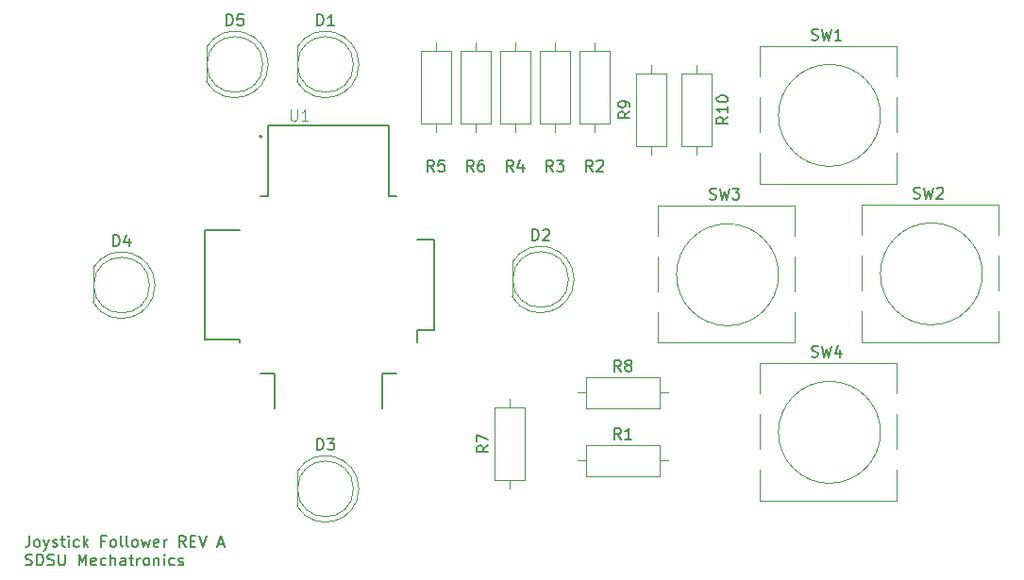
<source format=gbr>
%TF.GenerationSoftware,KiCad,Pcbnew,(5.1.6)-1*%
%TF.CreationDate,2020-10-24T12:20:44-07:00*%
%TF.ProjectId,Joystick_Follower_Hat,4a6f7973-7469-4636-9b5f-466f6c6c6f77,A*%
%TF.SameCoordinates,Original*%
%TF.FileFunction,Legend,Top*%
%TF.FilePolarity,Positive*%
%FSLAX46Y46*%
G04 Gerber Fmt 4.6, Leading zero omitted, Abs format (unit mm)*
G04 Created by KiCad (PCBNEW (5.1.6)-1) date 2020-10-24 12:20:44*
%MOMM*%
%LPD*%
G01*
G04 APERTURE LIST*
%ADD10C,0.150000*%
%ADD11C,0.127000*%
%ADD12C,0.200000*%
%ADD13C,0.120000*%
%ADD14C,0.015000*%
G04 APERTURE END LIST*
D10*
X118985309Y-131723380D02*
X118985309Y-132437666D01*
X118937690Y-132580523D01*
X118842452Y-132675761D01*
X118699595Y-132723380D01*
X118604357Y-132723380D01*
X119604357Y-132723380D02*
X119509119Y-132675761D01*
X119461500Y-132628142D01*
X119413880Y-132532904D01*
X119413880Y-132247190D01*
X119461500Y-132151952D01*
X119509119Y-132104333D01*
X119604357Y-132056714D01*
X119747214Y-132056714D01*
X119842452Y-132104333D01*
X119890071Y-132151952D01*
X119937690Y-132247190D01*
X119937690Y-132532904D01*
X119890071Y-132628142D01*
X119842452Y-132675761D01*
X119747214Y-132723380D01*
X119604357Y-132723380D01*
X120271023Y-132056714D02*
X120509119Y-132723380D01*
X120747214Y-132056714D02*
X120509119Y-132723380D01*
X120413880Y-132961476D01*
X120366261Y-133009095D01*
X120271023Y-133056714D01*
X121080547Y-132675761D02*
X121175785Y-132723380D01*
X121366261Y-132723380D01*
X121461500Y-132675761D01*
X121509119Y-132580523D01*
X121509119Y-132532904D01*
X121461500Y-132437666D01*
X121366261Y-132390047D01*
X121223404Y-132390047D01*
X121128166Y-132342428D01*
X121080547Y-132247190D01*
X121080547Y-132199571D01*
X121128166Y-132104333D01*
X121223404Y-132056714D01*
X121366261Y-132056714D01*
X121461500Y-132104333D01*
X121794833Y-132056714D02*
X122175785Y-132056714D01*
X121937690Y-131723380D02*
X121937690Y-132580523D01*
X121985309Y-132675761D01*
X122080547Y-132723380D01*
X122175785Y-132723380D01*
X122509119Y-132723380D02*
X122509119Y-132056714D01*
X122509119Y-131723380D02*
X122461500Y-131771000D01*
X122509119Y-131818619D01*
X122556738Y-131771000D01*
X122509119Y-131723380D01*
X122509119Y-131818619D01*
X123413880Y-132675761D02*
X123318642Y-132723380D01*
X123128166Y-132723380D01*
X123032928Y-132675761D01*
X122985309Y-132628142D01*
X122937690Y-132532904D01*
X122937690Y-132247190D01*
X122985309Y-132151952D01*
X123032928Y-132104333D01*
X123128166Y-132056714D01*
X123318642Y-132056714D01*
X123413880Y-132104333D01*
X123842452Y-132723380D02*
X123842452Y-131723380D01*
X123937690Y-132342428D02*
X124223404Y-132723380D01*
X124223404Y-132056714D02*
X123842452Y-132437666D01*
X125747214Y-132199571D02*
X125413880Y-132199571D01*
X125413880Y-132723380D02*
X125413880Y-131723380D01*
X125890071Y-131723380D01*
X126413880Y-132723380D02*
X126318642Y-132675761D01*
X126271023Y-132628142D01*
X126223404Y-132532904D01*
X126223404Y-132247190D01*
X126271023Y-132151952D01*
X126318642Y-132104333D01*
X126413880Y-132056714D01*
X126556738Y-132056714D01*
X126651976Y-132104333D01*
X126699595Y-132151952D01*
X126747214Y-132247190D01*
X126747214Y-132532904D01*
X126699595Y-132628142D01*
X126651976Y-132675761D01*
X126556738Y-132723380D01*
X126413880Y-132723380D01*
X127318642Y-132723380D02*
X127223404Y-132675761D01*
X127175785Y-132580523D01*
X127175785Y-131723380D01*
X127842452Y-132723380D02*
X127747214Y-132675761D01*
X127699595Y-132580523D01*
X127699595Y-131723380D01*
X128366261Y-132723380D02*
X128271023Y-132675761D01*
X128223404Y-132628142D01*
X128175785Y-132532904D01*
X128175785Y-132247190D01*
X128223404Y-132151952D01*
X128271023Y-132104333D01*
X128366261Y-132056714D01*
X128509119Y-132056714D01*
X128604357Y-132104333D01*
X128651976Y-132151952D01*
X128699595Y-132247190D01*
X128699595Y-132532904D01*
X128651976Y-132628142D01*
X128604357Y-132675761D01*
X128509119Y-132723380D01*
X128366261Y-132723380D01*
X129032928Y-132056714D02*
X129223404Y-132723380D01*
X129413880Y-132247190D01*
X129604357Y-132723380D01*
X129794833Y-132056714D01*
X130556738Y-132675761D02*
X130461500Y-132723380D01*
X130271023Y-132723380D01*
X130175785Y-132675761D01*
X130128166Y-132580523D01*
X130128166Y-132199571D01*
X130175785Y-132104333D01*
X130271023Y-132056714D01*
X130461500Y-132056714D01*
X130556738Y-132104333D01*
X130604357Y-132199571D01*
X130604357Y-132294809D01*
X130128166Y-132390047D01*
X131032928Y-132723380D02*
X131032928Y-132056714D01*
X131032928Y-132247190D02*
X131080547Y-132151952D01*
X131128166Y-132104333D01*
X131223404Y-132056714D01*
X131318642Y-132056714D01*
X132985309Y-132723380D02*
X132651976Y-132247190D01*
X132413880Y-132723380D02*
X132413880Y-131723380D01*
X132794833Y-131723380D01*
X132890071Y-131771000D01*
X132937690Y-131818619D01*
X132985309Y-131913857D01*
X132985309Y-132056714D01*
X132937690Y-132151952D01*
X132890071Y-132199571D01*
X132794833Y-132247190D01*
X132413880Y-132247190D01*
X133413880Y-132199571D02*
X133747214Y-132199571D01*
X133890071Y-132723380D02*
X133413880Y-132723380D01*
X133413880Y-131723380D01*
X133890071Y-131723380D01*
X134175785Y-131723380D02*
X134509119Y-132723380D01*
X134842452Y-131723380D01*
X135890071Y-132437666D02*
X136366261Y-132437666D01*
X135794833Y-132723380D02*
X136128166Y-131723380D01*
X136461500Y-132723380D01*
X118651976Y-134325761D02*
X118794833Y-134373380D01*
X119032928Y-134373380D01*
X119128166Y-134325761D01*
X119175785Y-134278142D01*
X119223404Y-134182904D01*
X119223404Y-134087666D01*
X119175785Y-133992428D01*
X119128166Y-133944809D01*
X119032928Y-133897190D01*
X118842452Y-133849571D01*
X118747214Y-133801952D01*
X118699595Y-133754333D01*
X118651976Y-133659095D01*
X118651976Y-133563857D01*
X118699595Y-133468619D01*
X118747214Y-133421000D01*
X118842452Y-133373380D01*
X119080547Y-133373380D01*
X119223404Y-133421000D01*
X119651976Y-134373380D02*
X119651976Y-133373380D01*
X119890071Y-133373380D01*
X120032928Y-133421000D01*
X120128166Y-133516238D01*
X120175785Y-133611476D01*
X120223404Y-133801952D01*
X120223404Y-133944809D01*
X120175785Y-134135285D01*
X120128166Y-134230523D01*
X120032928Y-134325761D01*
X119890071Y-134373380D01*
X119651976Y-134373380D01*
X120604357Y-134325761D02*
X120747214Y-134373380D01*
X120985309Y-134373380D01*
X121080547Y-134325761D01*
X121128166Y-134278142D01*
X121175785Y-134182904D01*
X121175785Y-134087666D01*
X121128166Y-133992428D01*
X121080547Y-133944809D01*
X120985309Y-133897190D01*
X120794833Y-133849571D01*
X120699595Y-133801952D01*
X120651976Y-133754333D01*
X120604357Y-133659095D01*
X120604357Y-133563857D01*
X120651976Y-133468619D01*
X120699595Y-133421000D01*
X120794833Y-133373380D01*
X121032928Y-133373380D01*
X121175785Y-133421000D01*
X121604357Y-133373380D02*
X121604357Y-134182904D01*
X121651976Y-134278142D01*
X121699595Y-134325761D01*
X121794833Y-134373380D01*
X121985309Y-134373380D01*
X122080547Y-134325761D01*
X122128166Y-134278142D01*
X122175785Y-134182904D01*
X122175785Y-133373380D01*
X123413880Y-134373380D02*
X123413880Y-133373380D01*
X123747214Y-134087666D01*
X124080547Y-133373380D01*
X124080547Y-134373380D01*
X124937690Y-134325761D02*
X124842452Y-134373380D01*
X124651976Y-134373380D01*
X124556738Y-134325761D01*
X124509119Y-134230523D01*
X124509119Y-133849571D01*
X124556738Y-133754333D01*
X124651976Y-133706714D01*
X124842452Y-133706714D01*
X124937690Y-133754333D01*
X124985309Y-133849571D01*
X124985309Y-133944809D01*
X124509119Y-134040047D01*
X125842452Y-134325761D02*
X125747214Y-134373380D01*
X125556738Y-134373380D01*
X125461500Y-134325761D01*
X125413880Y-134278142D01*
X125366261Y-134182904D01*
X125366261Y-133897190D01*
X125413880Y-133801952D01*
X125461500Y-133754333D01*
X125556738Y-133706714D01*
X125747214Y-133706714D01*
X125842452Y-133754333D01*
X126271023Y-134373380D02*
X126271023Y-133373380D01*
X126699595Y-134373380D02*
X126699595Y-133849571D01*
X126651976Y-133754333D01*
X126556738Y-133706714D01*
X126413880Y-133706714D01*
X126318642Y-133754333D01*
X126271023Y-133801952D01*
X127604357Y-134373380D02*
X127604357Y-133849571D01*
X127556738Y-133754333D01*
X127461500Y-133706714D01*
X127271023Y-133706714D01*
X127175785Y-133754333D01*
X127604357Y-134325761D02*
X127509119Y-134373380D01*
X127271023Y-134373380D01*
X127175785Y-134325761D01*
X127128166Y-134230523D01*
X127128166Y-134135285D01*
X127175785Y-134040047D01*
X127271023Y-133992428D01*
X127509119Y-133992428D01*
X127604357Y-133944809D01*
X127937690Y-133706714D02*
X128318642Y-133706714D01*
X128080547Y-133373380D02*
X128080547Y-134230523D01*
X128128166Y-134325761D01*
X128223404Y-134373380D01*
X128318642Y-134373380D01*
X128651976Y-134373380D02*
X128651976Y-133706714D01*
X128651976Y-133897190D02*
X128699595Y-133801952D01*
X128747214Y-133754333D01*
X128842452Y-133706714D01*
X128937690Y-133706714D01*
X129413880Y-134373380D02*
X129318642Y-134325761D01*
X129271023Y-134278142D01*
X129223404Y-134182904D01*
X129223404Y-133897190D01*
X129271023Y-133801952D01*
X129318642Y-133754333D01*
X129413880Y-133706714D01*
X129556738Y-133706714D01*
X129651976Y-133754333D01*
X129699595Y-133801952D01*
X129747214Y-133897190D01*
X129747214Y-134182904D01*
X129699595Y-134278142D01*
X129651976Y-134325761D01*
X129556738Y-134373380D01*
X129413880Y-134373380D01*
X130175785Y-133706714D02*
X130175785Y-134373380D01*
X130175785Y-133801952D02*
X130223404Y-133754333D01*
X130318642Y-133706714D01*
X130461500Y-133706714D01*
X130556738Y-133754333D01*
X130604357Y-133849571D01*
X130604357Y-134373380D01*
X131080547Y-134373380D02*
X131080547Y-133706714D01*
X131080547Y-133373380D02*
X131032928Y-133421000D01*
X131080547Y-133468619D01*
X131128166Y-133421000D01*
X131080547Y-133373380D01*
X131080547Y-133468619D01*
X131985309Y-134325761D02*
X131890071Y-134373380D01*
X131699595Y-134373380D01*
X131604357Y-134325761D01*
X131556738Y-134278142D01*
X131509119Y-134182904D01*
X131509119Y-133897190D01*
X131556738Y-133801952D01*
X131604357Y-133754333D01*
X131699595Y-133706714D01*
X131890071Y-133706714D01*
X131985309Y-133754333D01*
X132366261Y-134325761D02*
X132461500Y-134373380D01*
X132651976Y-134373380D01*
X132747214Y-134325761D01*
X132794833Y-134230523D01*
X132794833Y-134182904D01*
X132747214Y-134087666D01*
X132651976Y-134040047D01*
X132509119Y-134040047D01*
X132413880Y-133992428D01*
X132366261Y-133897190D01*
X132366261Y-133849571D01*
X132413880Y-133754333D01*
X132509119Y-133706714D01*
X132651976Y-133706714D01*
X132747214Y-133754333D01*
D11*
%TO.C,U1*%
X139726000Y-101220000D02*
X140346000Y-101220000D01*
X140346000Y-101220000D02*
X140346000Y-94920000D01*
X140346000Y-94920000D02*
X151246000Y-94920000D01*
X151246000Y-94920000D02*
X151246000Y-101220000D01*
X151246000Y-101220000D02*
X151876000Y-101220000D01*
X153746000Y-105120000D02*
X155296000Y-105120000D01*
X155296000Y-105120000D02*
X155296000Y-113220000D01*
X155296000Y-113220000D02*
X153746000Y-113220000D01*
X153746000Y-113220000D02*
X153746000Y-114340000D01*
X151876000Y-117120000D02*
X150646000Y-117120000D01*
X150646000Y-117120000D02*
X150646000Y-120320000D01*
X140946000Y-120320000D02*
X140946000Y-117120000D01*
X140946000Y-117120000D02*
X139726000Y-117120000D01*
X137846000Y-114390000D02*
X137846000Y-114120000D01*
X137846000Y-114120000D02*
X134696000Y-114120000D01*
X134696000Y-114120000D02*
X134696000Y-104320000D01*
X134696000Y-104320000D02*
X137846000Y-104320000D01*
D12*
X139846000Y-95870000D02*
G75*
G03*
X139846000Y-95870000I-100000J0D01*
G01*
D13*
%TO.C,SW4*%
X184504000Y-116238000D02*
X196804000Y-116238000D01*
X196804000Y-120818000D02*
X196804000Y-123958000D01*
X196804000Y-128538000D02*
X184504000Y-128538000D01*
X184504000Y-118958000D02*
X184504000Y-116238000D01*
X195333050Y-122428000D02*
G75*
G03*
X195333050Y-122428000I-4579050J0D01*
G01*
X184504000Y-128538000D02*
X184504000Y-125818000D01*
X184504000Y-123958000D02*
X184504000Y-120818000D01*
X196804000Y-125818000D02*
X196804000Y-128538000D01*
X196804000Y-116238000D02*
X196804000Y-118958000D01*
%TO.C,SW3*%
X175360000Y-102094000D02*
X187660000Y-102094000D01*
X187660000Y-106674000D02*
X187660000Y-109814000D01*
X187660000Y-114394000D02*
X175360000Y-114394000D01*
X175360000Y-104814000D02*
X175360000Y-102094000D01*
X186189050Y-108284000D02*
G75*
G03*
X186189050Y-108284000I-4579050J0D01*
G01*
X175360000Y-114394000D02*
X175360000Y-111674000D01*
X175360000Y-109814000D02*
X175360000Y-106674000D01*
X187660000Y-111674000D02*
X187660000Y-114394000D01*
X187660000Y-102094000D02*
X187660000Y-104814000D01*
%TO.C,SW2*%
X193648000Y-102014000D02*
X205948000Y-102014000D01*
X205948000Y-106594000D02*
X205948000Y-109734000D01*
X205948000Y-114314000D02*
X193648000Y-114314000D01*
X193648000Y-104734000D02*
X193648000Y-102014000D01*
X204477050Y-108204000D02*
G75*
G03*
X204477050Y-108204000I-4579050J0D01*
G01*
X193648000Y-114314000D02*
X193648000Y-111594000D01*
X193648000Y-109734000D02*
X193648000Y-106594000D01*
X205948000Y-111594000D02*
X205948000Y-114314000D01*
X205948000Y-102014000D02*
X205948000Y-104734000D01*
%TO.C,SW1*%
X184504000Y-87790000D02*
X196804000Y-87790000D01*
X196804000Y-92370000D02*
X196804000Y-95510000D01*
X196804000Y-100090000D02*
X184504000Y-100090000D01*
X184504000Y-90510000D02*
X184504000Y-87790000D01*
X195333050Y-93980000D02*
G75*
G03*
X195333050Y-93980000I-4579050J0D01*
G01*
X184504000Y-100090000D02*
X184504000Y-97370000D01*
X184504000Y-95510000D02*
X184504000Y-92370000D01*
X196804000Y-97370000D02*
X196804000Y-100090000D01*
X196804000Y-87790000D02*
X196804000Y-90510000D01*
%TO.C,R10*%
X180186000Y-90202000D02*
X177446000Y-90202000D01*
X177446000Y-90202000D02*
X177446000Y-96742000D01*
X177446000Y-96742000D02*
X180186000Y-96742000D01*
X180186000Y-96742000D02*
X180186000Y-90202000D01*
X178816000Y-89432000D02*
X178816000Y-90202000D01*
X178816000Y-97512000D02*
X178816000Y-96742000D01*
%TO.C,R9*%
X173382000Y-96742000D02*
X176122000Y-96742000D01*
X176122000Y-96742000D02*
X176122000Y-90202000D01*
X176122000Y-90202000D02*
X173382000Y-90202000D01*
X173382000Y-90202000D02*
X173382000Y-96742000D01*
X174752000Y-97512000D02*
X174752000Y-96742000D01*
X174752000Y-89432000D02*
X174752000Y-90202000D01*
%TO.C,R8*%
X168942000Y-117502000D02*
X168942000Y-120242000D01*
X168942000Y-120242000D02*
X175482000Y-120242000D01*
X175482000Y-120242000D02*
X175482000Y-117502000D01*
X175482000Y-117502000D02*
X168942000Y-117502000D01*
X168172000Y-118872000D02*
X168942000Y-118872000D01*
X176252000Y-118872000D02*
X175482000Y-118872000D01*
%TO.C,R7*%
X160682000Y-126714000D02*
X163422000Y-126714000D01*
X163422000Y-126714000D02*
X163422000Y-120174000D01*
X163422000Y-120174000D02*
X160682000Y-120174000D01*
X160682000Y-120174000D02*
X160682000Y-126714000D01*
X162052000Y-127484000D02*
X162052000Y-126714000D01*
X162052000Y-119404000D02*
X162052000Y-120174000D01*
%TO.C,R6*%
X160374000Y-88170000D02*
X157634000Y-88170000D01*
X157634000Y-88170000D02*
X157634000Y-94710000D01*
X157634000Y-94710000D02*
X160374000Y-94710000D01*
X160374000Y-94710000D02*
X160374000Y-88170000D01*
X159004000Y-87400000D02*
X159004000Y-88170000D01*
X159004000Y-95480000D02*
X159004000Y-94710000D01*
%TO.C,R5*%
X156818000Y-88170000D02*
X154078000Y-88170000D01*
X154078000Y-88170000D02*
X154078000Y-94710000D01*
X154078000Y-94710000D02*
X156818000Y-94710000D01*
X156818000Y-94710000D02*
X156818000Y-88170000D01*
X155448000Y-87400000D02*
X155448000Y-88170000D01*
X155448000Y-95480000D02*
X155448000Y-94710000D01*
%TO.C,R4*%
X163930000Y-88170000D02*
X161190000Y-88170000D01*
X161190000Y-88170000D02*
X161190000Y-94710000D01*
X161190000Y-94710000D02*
X163930000Y-94710000D01*
X163930000Y-94710000D02*
X163930000Y-88170000D01*
X162560000Y-87400000D02*
X162560000Y-88170000D01*
X162560000Y-95480000D02*
X162560000Y-94710000D01*
%TO.C,R3*%
X167486000Y-88170000D02*
X164746000Y-88170000D01*
X164746000Y-88170000D02*
X164746000Y-94710000D01*
X164746000Y-94710000D02*
X167486000Y-94710000D01*
X167486000Y-94710000D02*
X167486000Y-88170000D01*
X166116000Y-87400000D02*
X166116000Y-88170000D01*
X166116000Y-95480000D02*
X166116000Y-94710000D01*
%TO.C,R2*%
X171042000Y-88170000D02*
X168302000Y-88170000D01*
X168302000Y-88170000D02*
X168302000Y-94710000D01*
X168302000Y-94710000D02*
X171042000Y-94710000D01*
X171042000Y-94710000D02*
X171042000Y-88170000D01*
X169672000Y-87400000D02*
X169672000Y-88170000D01*
X169672000Y-95480000D02*
X169672000Y-94710000D01*
%TO.C,R1*%
X168942000Y-123598000D02*
X168942000Y-126338000D01*
X168942000Y-126338000D02*
X175482000Y-126338000D01*
X175482000Y-126338000D02*
X175482000Y-123598000D01*
X175482000Y-123598000D02*
X168942000Y-123598000D01*
X168172000Y-124968000D02*
X168942000Y-124968000D01*
X176252000Y-124968000D02*
X175482000Y-124968000D01*
%TO.C,D5*%
X139914000Y-89408000D02*
G75*
G03*
X139914000Y-89408000I-2500000J0D01*
G01*
X134854000Y-87863000D02*
X134854000Y-90953000D01*
X140404000Y-89407538D02*
G75*
G02*
X134854000Y-90952830I-2990000J-462D01*
G01*
X140404000Y-89408462D02*
G75*
G03*
X134854000Y-87863170I-2990000J462D01*
G01*
%TO.C,D4*%
X129754000Y-109220000D02*
G75*
G03*
X129754000Y-109220000I-2500000J0D01*
G01*
X124694000Y-107675000D02*
X124694000Y-110765000D01*
X130244000Y-109219538D02*
G75*
G02*
X124694000Y-110764830I-2990000J-462D01*
G01*
X130244000Y-109220462D02*
G75*
G03*
X124694000Y-107675170I-2990000J462D01*
G01*
%TO.C,D3*%
X148042000Y-127508000D02*
G75*
G03*
X148042000Y-127508000I-2500000J0D01*
G01*
X142982000Y-125963000D02*
X142982000Y-129053000D01*
X148532000Y-127507538D02*
G75*
G02*
X142982000Y-129052830I-2990000J-462D01*
G01*
X148532000Y-127508462D02*
G75*
G03*
X142982000Y-125963170I-2990000J462D01*
G01*
%TO.C,D2*%
X167346000Y-108712000D02*
G75*
G03*
X167346000Y-108712000I-2500000J0D01*
G01*
X162286000Y-107167000D02*
X162286000Y-110257000D01*
X167836000Y-108711538D02*
G75*
G02*
X162286000Y-110256830I-2990000J-462D01*
G01*
X167836000Y-108712462D02*
G75*
G03*
X162286000Y-107167170I-2990000J462D01*
G01*
%TO.C,D1*%
X148042000Y-89408000D02*
G75*
G03*
X148042000Y-89408000I-2500000J0D01*
G01*
X142982000Y-87863000D02*
X142982000Y-90953000D01*
X148532000Y-89407538D02*
G75*
G02*
X142982000Y-90952830I-2990000J-462D01*
G01*
X148532000Y-89408462D02*
G75*
G03*
X142982000Y-87863170I-2990000J462D01*
G01*
%TO.C,U1*%
D14*
X142409095Y-93437380D02*
X142409095Y-94246904D01*
X142456714Y-94342142D01*
X142504333Y-94389761D01*
X142599571Y-94437380D01*
X142790047Y-94437380D01*
X142885285Y-94389761D01*
X142932904Y-94342142D01*
X142980523Y-94246904D01*
X142980523Y-93437380D01*
X143980523Y-94437380D02*
X143409095Y-94437380D01*
X143694809Y-94437380D02*
X143694809Y-93437380D01*
X143599571Y-93580238D01*
X143504333Y-93675476D01*
X143409095Y-93723095D01*
%TO.C,SW4*%
D10*
X189150666Y-115632761D02*
X189293523Y-115680380D01*
X189531619Y-115680380D01*
X189626857Y-115632761D01*
X189674476Y-115585142D01*
X189722095Y-115489904D01*
X189722095Y-115394666D01*
X189674476Y-115299428D01*
X189626857Y-115251809D01*
X189531619Y-115204190D01*
X189341142Y-115156571D01*
X189245904Y-115108952D01*
X189198285Y-115061333D01*
X189150666Y-114966095D01*
X189150666Y-114870857D01*
X189198285Y-114775619D01*
X189245904Y-114728000D01*
X189341142Y-114680380D01*
X189579238Y-114680380D01*
X189722095Y-114728000D01*
X190055428Y-114680380D02*
X190293523Y-115680380D01*
X190484000Y-114966095D01*
X190674476Y-115680380D01*
X190912571Y-114680380D01*
X191722095Y-115013714D02*
X191722095Y-115680380D01*
X191484000Y-114632761D02*
X191245904Y-115347047D01*
X191864952Y-115347047D01*
%TO.C,SW3*%
X180006666Y-101488761D02*
X180149523Y-101536380D01*
X180387619Y-101536380D01*
X180482857Y-101488761D01*
X180530476Y-101441142D01*
X180578095Y-101345904D01*
X180578095Y-101250666D01*
X180530476Y-101155428D01*
X180482857Y-101107809D01*
X180387619Y-101060190D01*
X180197142Y-101012571D01*
X180101904Y-100964952D01*
X180054285Y-100917333D01*
X180006666Y-100822095D01*
X180006666Y-100726857D01*
X180054285Y-100631619D01*
X180101904Y-100584000D01*
X180197142Y-100536380D01*
X180435238Y-100536380D01*
X180578095Y-100584000D01*
X180911428Y-100536380D02*
X181149523Y-101536380D01*
X181340000Y-100822095D01*
X181530476Y-101536380D01*
X181768571Y-100536380D01*
X182054285Y-100536380D02*
X182673333Y-100536380D01*
X182340000Y-100917333D01*
X182482857Y-100917333D01*
X182578095Y-100964952D01*
X182625714Y-101012571D01*
X182673333Y-101107809D01*
X182673333Y-101345904D01*
X182625714Y-101441142D01*
X182578095Y-101488761D01*
X182482857Y-101536380D01*
X182197142Y-101536380D01*
X182101904Y-101488761D01*
X182054285Y-101441142D01*
%TO.C,SW2*%
X198294666Y-101408761D02*
X198437523Y-101456380D01*
X198675619Y-101456380D01*
X198770857Y-101408761D01*
X198818476Y-101361142D01*
X198866095Y-101265904D01*
X198866095Y-101170666D01*
X198818476Y-101075428D01*
X198770857Y-101027809D01*
X198675619Y-100980190D01*
X198485142Y-100932571D01*
X198389904Y-100884952D01*
X198342285Y-100837333D01*
X198294666Y-100742095D01*
X198294666Y-100646857D01*
X198342285Y-100551619D01*
X198389904Y-100504000D01*
X198485142Y-100456380D01*
X198723238Y-100456380D01*
X198866095Y-100504000D01*
X199199428Y-100456380D02*
X199437523Y-101456380D01*
X199628000Y-100742095D01*
X199818476Y-101456380D01*
X200056571Y-100456380D01*
X200389904Y-100551619D02*
X200437523Y-100504000D01*
X200532761Y-100456380D01*
X200770857Y-100456380D01*
X200866095Y-100504000D01*
X200913714Y-100551619D01*
X200961333Y-100646857D01*
X200961333Y-100742095D01*
X200913714Y-100884952D01*
X200342285Y-101456380D01*
X200961333Y-101456380D01*
%TO.C,SW1*%
X189150666Y-87184761D02*
X189293523Y-87232380D01*
X189531619Y-87232380D01*
X189626857Y-87184761D01*
X189674476Y-87137142D01*
X189722095Y-87041904D01*
X189722095Y-86946666D01*
X189674476Y-86851428D01*
X189626857Y-86803809D01*
X189531619Y-86756190D01*
X189341142Y-86708571D01*
X189245904Y-86660952D01*
X189198285Y-86613333D01*
X189150666Y-86518095D01*
X189150666Y-86422857D01*
X189198285Y-86327619D01*
X189245904Y-86280000D01*
X189341142Y-86232380D01*
X189579238Y-86232380D01*
X189722095Y-86280000D01*
X190055428Y-86232380D02*
X190293523Y-87232380D01*
X190484000Y-86518095D01*
X190674476Y-87232380D01*
X190912571Y-86232380D01*
X191817333Y-87232380D02*
X191245904Y-87232380D01*
X191531619Y-87232380D02*
X191531619Y-86232380D01*
X191436380Y-86375238D01*
X191341142Y-86470476D01*
X191245904Y-86518095D01*
%TO.C,R10*%
X181638380Y-94114857D02*
X181162190Y-94448190D01*
X181638380Y-94686285D02*
X180638380Y-94686285D01*
X180638380Y-94305333D01*
X180686000Y-94210095D01*
X180733619Y-94162476D01*
X180828857Y-94114857D01*
X180971714Y-94114857D01*
X181066952Y-94162476D01*
X181114571Y-94210095D01*
X181162190Y-94305333D01*
X181162190Y-94686285D01*
X181638380Y-93162476D02*
X181638380Y-93733904D01*
X181638380Y-93448190D02*
X180638380Y-93448190D01*
X180781238Y-93543428D01*
X180876476Y-93638666D01*
X180924095Y-93733904D01*
X180638380Y-92543428D02*
X180638380Y-92448190D01*
X180686000Y-92352952D01*
X180733619Y-92305333D01*
X180828857Y-92257714D01*
X181019333Y-92210095D01*
X181257428Y-92210095D01*
X181447904Y-92257714D01*
X181543142Y-92305333D01*
X181590761Y-92352952D01*
X181638380Y-92448190D01*
X181638380Y-92543428D01*
X181590761Y-92638666D01*
X181543142Y-92686285D01*
X181447904Y-92733904D01*
X181257428Y-92781523D01*
X181019333Y-92781523D01*
X180828857Y-92733904D01*
X180733619Y-92686285D01*
X180686000Y-92638666D01*
X180638380Y-92543428D01*
%TO.C,R9*%
X172834380Y-93638666D02*
X172358190Y-93972000D01*
X172834380Y-94210095D02*
X171834380Y-94210095D01*
X171834380Y-93829142D01*
X171882000Y-93733904D01*
X171929619Y-93686285D01*
X172024857Y-93638666D01*
X172167714Y-93638666D01*
X172262952Y-93686285D01*
X172310571Y-93733904D01*
X172358190Y-93829142D01*
X172358190Y-94210095D01*
X172834380Y-93162476D02*
X172834380Y-92972000D01*
X172786761Y-92876761D01*
X172739142Y-92829142D01*
X172596285Y-92733904D01*
X172405809Y-92686285D01*
X172024857Y-92686285D01*
X171929619Y-92733904D01*
X171882000Y-92781523D01*
X171834380Y-92876761D01*
X171834380Y-93067238D01*
X171882000Y-93162476D01*
X171929619Y-93210095D01*
X172024857Y-93257714D01*
X172262952Y-93257714D01*
X172358190Y-93210095D01*
X172405809Y-93162476D01*
X172453428Y-93067238D01*
X172453428Y-92876761D01*
X172405809Y-92781523D01*
X172358190Y-92733904D01*
X172262952Y-92686285D01*
%TO.C,R8*%
X172045333Y-116954380D02*
X171712000Y-116478190D01*
X171473904Y-116954380D02*
X171473904Y-115954380D01*
X171854857Y-115954380D01*
X171950095Y-116002000D01*
X171997714Y-116049619D01*
X172045333Y-116144857D01*
X172045333Y-116287714D01*
X171997714Y-116382952D01*
X171950095Y-116430571D01*
X171854857Y-116478190D01*
X171473904Y-116478190D01*
X172616761Y-116382952D02*
X172521523Y-116335333D01*
X172473904Y-116287714D01*
X172426285Y-116192476D01*
X172426285Y-116144857D01*
X172473904Y-116049619D01*
X172521523Y-116002000D01*
X172616761Y-115954380D01*
X172807238Y-115954380D01*
X172902476Y-116002000D01*
X172950095Y-116049619D01*
X172997714Y-116144857D01*
X172997714Y-116192476D01*
X172950095Y-116287714D01*
X172902476Y-116335333D01*
X172807238Y-116382952D01*
X172616761Y-116382952D01*
X172521523Y-116430571D01*
X172473904Y-116478190D01*
X172426285Y-116573428D01*
X172426285Y-116763904D01*
X172473904Y-116859142D01*
X172521523Y-116906761D01*
X172616761Y-116954380D01*
X172807238Y-116954380D01*
X172902476Y-116906761D01*
X172950095Y-116859142D01*
X172997714Y-116763904D01*
X172997714Y-116573428D01*
X172950095Y-116478190D01*
X172902476Y-116430571D01*
X172807238Y-116382952D01*
%TO.C,R7*%
X160134380Y-123610666D02*
X159658190Y-123944000D01*
X160134380Y-124182095D02*
X159134380Y-124182095D01*
X159134380Y-123801142D01*
X159182000Y-123705904D01*
X159229619Y-123658285D01*
X159324857Y-123610666D01*
X159467714Y-123610666D01*
X159562952Y-123658285D01*
X159610571Y-123705904D01*
X159658190Y-123801142D01*
X159658190Y-124182095D01*
X159134380Y-123277333D02*
X159134380Y-122610666D01*
X160134380Y-123039238D01*
%TO.C,R6*%
X158837333Y-99004380D02*
X158504000Y-98528190D01*
X158265904Y-99004380D02*
X158265904Y-98004380D01*
X158646857Y-98004380D01*
X158742095Y-98052000D01*
X158789714Y-98099619D01*
X158837333Y-98194857D01*
X158837333Y-98337714D01*
X158789714Y-98432952D01*
X158742095Y-98480571D01*
X158646857Y-98528190D01*
X158265904Y-98528190D01*
X159694476Y-98004380D02*
X159504000Y-98004380D01*
X159408761Y-98052000D01*
X159361142Y-98099619D01*
X159265904Y-98242476D01*
X159218285Y-98432952D01*
X159218285Y-98813904D01*
X159265904Y-98909142D01*
X159313523Y-98956761D01*
X159408761Y-99004380D01*
X159599238Y-99004380D01*
X159694476Y-98956761D01*
X159742095Y-98909142D01*
X159789714Y-98813904D01*
X159789714Y-98575809D01*
X159742095Y-98480571D01*
X159694476Y-98432952D01*
X159599238Y-98385333D01*
X159408761Y-98385333D01*
X159313523Y-98432952D01*
X159265904Y-98480571D01*
X159218285Y-98575809D01*
%TO.C,R5*%
X155281333Y-99004380D02*
X154948000Y-98528190D01*
X154709904Y-99004380D02*
X154709904Y-98004380D01*
X155090857Y-98004380D01*
X155186095Y-98052000D01*
X155233714Y-98099619D01*
X155281333Y-98194857D01*
X155281333Y-98337714D01*
X155233714Y-98432952D01*
X155186095Y-98480571D01*
X155090857Y-98528190D01*
X154709904Y-98528190D01*
X156186095Y-98004380D02*
X155709904Y-98004380D01*
X155662285Y-98480571D01*
X155709904Y-98432952D01*
X155805142Y-98385333D01*
X156043238Y-98385333D01*
X156138476Y-98432952D01*
X156186095Y-98480571D01*
X156233714Y-98575809D01*
X156233714Y-98813904D01*
X156186095Y-98909142D01*
X156138476Y-98956761D01*
X156043238Y-99004380D01*
X155805142Y-99004380D01*
X155709904Y-98956761D01*
X155662285Y-98909142D01*
%TO.C,R4*%
X162393333Y-99004380D02*
X162060000Y-98528190D01*
X161821904Y-99004380D02*
X161821904Y-98004380D01*
X162202857Y-98004380D01*
X162298095Y-98052000D01*
X162345714Y-98099619D01*
X162393333Y-98194857D01*
X162393333Y-98337714D01*
X162345714Y-98432952D01*
X162298095Y-98480571D01*
X162202857Y-98528190D01*
X161821904Y-98528190D01*
X163250476Y-98337714D02*
X163250476Y-99004380D01*
X163012380Y-97956761D02*
X162774285Y-98671047D01*
X163393333Y-98671047D01*
%TO.C,R3*%
X165949333Y-99004380D02*
X165616000Y-98528190D01*
X165377904Y-99004380D02*
X165377904Y-98004380D01*
X165758857Y-98004380D01*
X165854095Y-98052000D01*
X165901714Y-98099619D01*
X165949333Y-98194857D01*
X165949333Y-98337714D01*
X165901714Y-98432952D01*
X165854095Y-98480571D01*
X165758857Y-98528190D01*
X165377904Y-98528190D01*
X166282666Y-98004380D02*
X166901714Y-98004380D01*
X166568380Y-98385333D01*
X166711238Y-98385333D01*
X166806476Y-98432952D01*
X166854095Y-98480571D01*
X166901714Y-98575809D01*
X166901714Y-98813904D01*
X166854095Y-98909142D01*
X166806476Y-98956761D01*
X166711238Y-99004380D01*
X166425523Y-99004380D01*
X166330285Y-98956761D01*
X166282666Y-98909142D01*
%TO.C,R2*%
X169505333Y-99004380D02*
X169172000Y-98528190D01*
X168933904Y-99004380D02*
X168933904Y-98004380D01*
X169314857Y-98004380D01*
X169410095Y-98052000D01*
X169457714Y-98099619D01*
X169505333Y-98194857D01*
X169505333Y-98337714D01*
X169457714Y-98432952D01*
X169410095Y-98480571D01*
X169314857Y-98528190D01*
X168933904Y-98528190D01*
X169886285Y-98099619D02*
X169933904Y-98052000D01*
X170029142Y-98004380D01*
X170267238Y-98004380D01*
X170362476Y-98052000D01*
X170410095Y-98099619D01*
X170457714Y-98194857D01*
X170457714Y-98290095D01*
X170410095Y-98432952D01*
X169838666Y-99004380D01*
X170457714Y-99004380D01*
%TO.C,R1*%
X172045333Y-123050380D02*
X171712000Y-122574190D01*
X171473904Y-123050380D02*
X171473904Y-122050380D01*
X171854857Y-122050380D01*
X171950095Y-122098000D01*
X171997714Y-122145619D01*
X172045333Y-122240857D01*
X172045333Y-122383714D01*
X171997714Y-122478952D01*
X171950095Y-122526571D01*
X171854857Y-122574190D01*
X171473904Y-122574190D01*
X172997714Y-123050380D02*
X172426285Y-123050380D01*
X172712000Y-123050380D02*
X172712000Y-122050380D01*
X172616761Y-122193238D01*
X172521523Y-122288476D01*
X172426285Y-122336095D01*
%TO.C,D5*%
X136675904Y-85900380D02*
X136675904Y-84900380D01*
X136914000Y-84900380D01*
X137056857Y-84948000D01*
X137152095Y-85043238D01*
X137199714Y-85138476D01*
X137247333Y-85328952D01*
X137247333Y-85471809D01*
X137199714Y-85662285D01*
X137152095Y-85757523D01*
X137056857Y-85852761D01*
X136914000Y-85900380D01*
X136675904Y-85900380D01*
X138152095Y-84900380D02*
X137675904Y-84900380D01*
X137628285Y-85376571D01*
X137675904Y-85328952D01*
X137771142Y-85281333D01*
X138009238Y-85281333D01*
X138104476Y-85328952D01*
X138152095Y-85376571D01*
X138199714Y-85471809D01*
X138199714Y-85709904D01*
X138152095Y-85805142D01*
X138104476Y-85852761D01*
X138009238Y-85900380D01*
X137771142Y-85900380D01*
X137675904Y-85852761D01*
X137628285Y-85805142D01*
%TO.C,D4*%
X126515904Y-105712380D02*
X126515904Y-104712380D01*
X126754000Y-104712380D01*
X126896857Y-104760000D01*
X126992095Y-104855238D01*
X127039714Y-104950476D01*
X127087333Y-105140952D01*
X127087333Y-105283809D01*
X127039714Y-105474285D01*
X126992095Y-105569523D01*
X126896857Y-105664761D01*
X126754000Y-105712380D01*
X126515904Y-105712380D01*
X127944476Y-105045714D02*
X127944476Y-105712380D01*
X127706380Y-104664761D02*
X127468285Y-105379047D01*
X128087333Y-105379047D01*
%TO.C,D3*%
X144803904Y-124000380D02*
X144803904Y-123000380D01*
X145042000Y-123000380D01*
X145184857Y-123048000D01*
X145280095Y-123143238D01*
X145327714Y-123238476D01*
X145375333Y-123428952D01*
X145375333Y-123571809D01*
X145327714Y-123762285D01*
X145280095Y-123857523D01*
X145184857Y-123952761D01*
X145042000Y-124000380D01*
X144803904Y-124000380D01*
X145708666Y-123000380D02*
X146327714Y-123000380D01*
X145994380Y-123381333D01*
X146137238Y-123381333D01*
X146232476Y-123428952D01*
X146280095Y-123476571D01*
X146327714Y-123571809D01*
X146327714Y-123809904D01*
X146280095Y-123905142D01*
X146232476Y-123952761D01*
X146137238Y-124000380D01*
X145851523Y-124000380D01*
X145756285Y-123952761D01*
X145708666Y-123905142D01*
%TO.C,D2*%
X164107904Y-105204380D02*
X164107904Y-104204380D01*
X164346000Y-104204380D01*
X164488857Y-104252000D01*
X164584095Y-104347238D01*
X164631714Y-104442476D01*
X164679333Y-104632952D01*
X164679333Y-104775809D01*
X164631714Y-104966285D01*
X164584095Y-105061523D01*
X164488857Y-105156761D01*
X164346000Y-105204380D01*
X164107904Y-105204380D01*
X165060285Y-104299619D02*
X165107904Y-104252000D01*
X165203142Y-104204380D01*
X165441238Y-104204380D01*
X165536476Y-104252000D01*
X165584095Y-104299619D01*
X165631714Y-104394857D01*
X165631714Y-104490095D01*
X165584095Y-104632952D01*
X165012666Y-105204380D01*
X165631714Y-105204380D01*
%TO.C,D1*%
X144803904Y-85900380D02*
X144803904Y-84900380D01*
X145042000Y-84900380D01*
X145184857Y-84948000D01*
X145280095Y-85043238D01*
X145327714Y-85138476D01*
X145375333Y-85328952D01*
X145375333Y-85471809D01*
X145327714Y-85662285D01*
X145280095Y-85757523D01*
X145184857Y-85852761D01*
X145042000Y-85900380D01*
X144803904Y-85900380D01*
X146327714Y-85900380D02*
X145756285Y-85900380D01*
X146042000Y-85900380D02*
X146042000Y-84900380D01*
X145946761Y-85043238D01*
X145851523Y-85138476D01*
X145756285Y-85186095D01*
%TD*%
M02*

</source>
